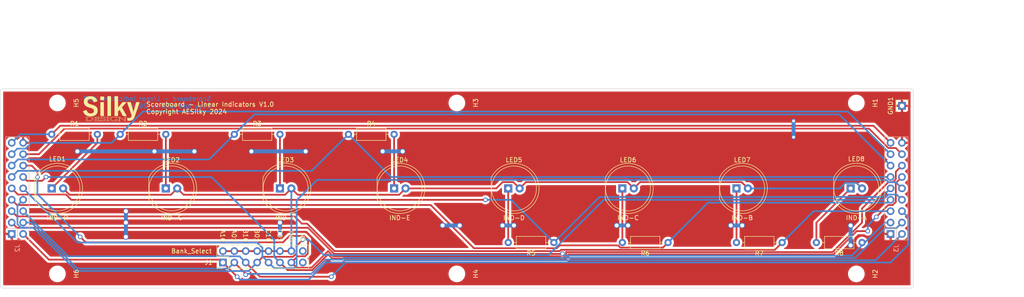
<source format=kicad_pcb>
(kicad_pcb (version 20221018) (generator pcbnew)
  (title_block (title "Portable Score Board - Linear Indicator") (date "2023-06-20") (rev "1") (company "AESilky") (comment 1 "Copyright AESilky 2023") (comment 4 "Linear Indicator board used for Team-A, Team-B, and Period/Time digits"))
  (layers (0 "F.Cu" signal) (31 "B.Cu" signal) (34 "B.Paste" user) (35 "F.Paste" user) (36 "B.SilkS" user "B.Silkscreen") (37 "F.SilkS" user "F.Silkscreen") (38 "B.Mask" user) (39 "F.Mask" user) (44 "Edge.Cuts" user))
  (net 0 "")
  (net 1 "/SDA.E")
  (net 2 "/SDA.D")
  (net 3 "/SDA.C")
  (net 4 "/SDA.B")
  (net 5 "/SDA.A")
  (net 6 "/SDA.P")
  (net 7 "/SDA.F")
  (net 8 "/SDA.G")
  (net 9 "GND")
  (net 10 "/SD.A")
  (net 11 "/SD.B")
  (net 12 "/SD.C")
  (net 13 "/SD.D")
  (net 14 "Net-(J1-Pin_10)")
  (net 15 "/SD.E")
  (net 16 "/SD.F")
  (net 17 "/SD.G")
  (net 18 "/SD.P")
  (net 19 "/DD.A10")
  (net 20 "/DD.A01")
  (net 21 "/DD.B10")
  (net 22 "/DD.B01")
  (net 23 "/DD.C10")
  (net 24 "/DD.C01")
  (net 25 "/DD.IND")
  (net 28 "Net-(J2-Pin_16)")
  (footprint "Resistor_THT:R_Axial_DIN0207_L6.3mm_D2.5mm_P10.16mm_Horizontal" (layer "F.Cu") (at 227.6675 122.863 180)
    (fp_text reference "R8" (at 5.08 -2.37) (layer "F.SilkS"))
    (fp_text value "150")
    (pad "1" thru_hole circle (at 0 0 180) (size 1.6 1.6) (drill 0.8) (layers "*.Cu" "*.Mask") (net 10 "/SD.A"))
    (pad "2" thru_hole oval (at 10.16 0 180) (size 1.6 1.6) (drill 0.8) (layers "*.Cu" "*.Mask") (net 5 "/SDA.A"))
  )
  (footprint "LED_THT:LED_D10.0mm" (layer "F.Cu") (at 174.3275 110.798)
    (fp_text reference "LED6" (at 1.27 -6.35) (layer "F.SilkS"))
    (fp_text value "IND-C" (at 1.27 6.56) (layer "F.SilkS"))
    (pad "1" thru_hole rect (at 0 0) (size 1.8 1.8) (drill 0.9) (layers "*.Cu" "*.Mask") (net 3 "/SDA.C"))
    (pad "2" thru_hole circle (at 2.54 0) (size 1.8 1.8) (drill 0.9) (layers "*.Cu" "*.Mask") (net 14 "Net-(J1-Pin_10)"))
  )
  (footprint "Connector_PinHeader_2.54mm:PinHeader_1x01_P2.54mm_Vertical" (layer "F.Cu") (at 236.5575 92.383 -90)
    (fp_text reference "GND1" (at 0 2.54 90) (layer "F.SilkS"))
    (fp_text value "Conn_01x01")
    (pad "1" thru_hole rect (at 0 0 270) (size 1.7 1.7) (drill 1) (layers "*.Cu" "*.Mask") (net 9 "GND"))
  )
  (footprint "AES_Library:SILKY-DESIGN-logo-0_50-AES" (layer "F.Cu") (at 60.6625 93.018)
    (fp_text reference "G1" hide)
    (fp_text value "LOGO" hide)
  )
  (footprint "Resistor_THT:R_Axial_DIN0207_L6.3mm_D2.5mm_P10.16mm_Horizontal" (layer "F.Cu") (at 159.0875 122.863 180)
    (fp_text reference "R5" (at 5.08 -2.37) (layer "F.SilkS"))
    (fp_text value "150")
    (pad "1" thru_hole circle (at 0 0 180) (size 1.6 1.6) (drill 0.8) (layers "*.Cu" "*.Mask") (net 13 "/SD.D"))
    (pad "2" thru_hole oval (at 10.16 0 180) (size 1.6 1.6) (drill 0.8) (layers "*.Cu" "*.Mask") (net 2 "/SDA.D"))
  )
  (footprint "MountingHole:MountingHole_3.2mm_M3" (layer "F.Cu") (at 226.3975 129.848 -90)
    (fp_text reference "H2" (at 0 -4.2 90) (layer "F.SilkS"))
    (fp_text value "MountingHole")
    (pad "" np_thru_hole circle (at 0 0 270) (size 3.2 3.2) (drill 3.2) (layers "*.Cu" "*.Mask"))
  )
  (footprint "LED_THT:LED_D10.0mm" (layer "F.Cu") (at 47.3275 110.798)
    (fp_text reference "LED1" (at 1.27 -6.56) (layer "F.SilkS"))
    (fp_text value "IND-P" (at 1.27 6.56) (layer "F.SilkS"))
    (pad "1" thru_hole rect (at 0 0) (size 1.8 1.8) (drill 0.9) (layers "*.Cu" "*.Mask") (net 6 "/SDA.P"))
    (pad "2" thru_hole circle (at 2.54 0) (size 1.8 1.8) (drill 0.9) (layers "*.Cu" "*.Mask") (net 14 "Net-(J1-Pin_10)"))
  )
  (footprint "MountingHole:MountingHole_3.2mm_M3" (layer "F.Cu") (at 226.3975 91.748 -90)
    (fp_text reference "H1" (at 0 -4.2 90) (layer "F.SilkS"))
    (fp_text value "MountingHole")
    (pad "" np_thru_hole circle (at 0 0 270) (size 3.2 3.2) (drill 3.2) (layers "*.Cu" "*.Mask"))
  )
  (footprint "Connector_PinHeader_2.54mm:PinHeader_2x08_P2.54mm_Vertical" (layer "F.Cu") (at 85.4275 127.308 90)
    (fp_text reference "J1" (at 0 -3.175 180) (layer "F.SilkS"))
    (fp_text value "Bank_Select" (at 2.54 -6.985) (layer "F.SilkS"))
    (pad "1" thru_hole rect (at 0 0 90) (size 1.7 1.7) (drill 1) (layers "*.Cu" "*.Mask") (net 19 "/DD.A10"))
    (pad "2" thru_hole oval (at 2.54 0 90) (size 1.7 1.7) (drill 1) (layers "*.Cu" "*.Mask") (net 14 "Net-(J1-Pin_10)"))
    (pad "3" thru_hole oval (at 0 2.54 90) (size 1.7 1.7) (drill 1) (layers "*.Cu" "*.Mask") (net 20 "/DD.A01"))
    (pad "4" thru_hole oval (at 2.54 2.54 90) (size 1.7 1.7) (drill 1) (layers "*.Cu" "*.Mask") (net 14 "Net-(J1-Pin_10)"))
    (pad "5" thru_hole oval (at 0 5.08 90) (size 1.7 1.7) (drill 1) (layers "*.Cu" "*.Mask") (net 21 "/DD.B10"))
    (pad "6" thru_hole oval (at 2.54 5.08 90) (size 1.7 1.7) (drill 1) (layers "*.Cu" "*.Mask") (net 14 "Net-(J1-Pin_10)"))
    (pad "7" thru_hole oval (at 0 7.62 90) (size 1.7 1.7) (drill 1) (layers "*.Cu" "*.Mask") (net 22 "/DD.B01"))
    (pad "8" thru_hole oval (at 2.54 7.62 90) (size 1.7 1.7) (drill 1) (layers "*.Cu" "*.Mask") (net 14 "Net-(J1-Pin_10)"))
    (pad "9" thru_hole oval (at 0 10.16 90) (size 1.7 1.7) (drill 1) (layers "*.Cu" "*.Mask") (net 23 "/DD.C10"))
    (pad "10" thru_hole oval (at 2.54 10.16 90) (size 1.7 1.7) (drill 1) (layers "*.Cu" "*.Mask") (net 14 "Net-(J1-Pin_10)"))
    (pad "11" thru_hole oval (at 0 12.7 90) (size 1.7 1.7) (drill 1) (layers "*.Cu" "*.Mask") (net 24 "/DD.C01"))
    (pad "12" thru_hole oval (at 2.54 12.7 90) (size 1.7 1.7) (drill 1) (layers "*.Cu" "*.Mask") (net 14 "Net-(J1-Pin_10)"))
    (pad "13" thru_hole oval (at 0 15.24 90) (size 1.7 1.7) (drill 1) (layers "*.Cu" "*.Mask") (net 25 "/DD.IND"))
    (pad "14" thru_hole oval (at 2.54 15.24 90) (size 1.7 1.7) (drill 1) (layers "*.Cu" "*.Mask") (net 14 "Net-(J1-Pin_10)"))
    (pad "15" thru_hole oval (at 0 17.78 90) (size 1.7 1.7) (drill 1) (layers "*.Cu" "*.Mask"))
    (pad "16" thru_hole oval (at 2.54 17.78 90) (size 1.7 1.7) (drill 1) (layers "*.Cu" "*.Mask"))
  )
  (footprint "LED_THT:LED_D10.0mm" (layer "F.Cu") (at 123.5275 110.798)
    (fp_text reference "LED4" (at 1.27 -6.35) (layer "F.SilkS"))
    (fp_text value "IND-E" (at 1.27 6.56) (layer "F.SilkS"))
    (pad "1" thru_hole rect (at 0 0) (size 1.8 1.8) (drill 0.9) (layers "*.Cu" "*.Mask") (net 1 "/SDA.E"))
    (pad "2" thru_hole circle (at 2.54 0) (size 1.8 1.8) (drill 0.9) (layers "*.Cu" "*.Mask") (net 14 "Net-(J1-Pin_10)"))
  )
  (footprint "Resistor_THT:R_Axial_DIN0207_L6.3mm_D2.5mm_P10.16mm_Horizontal" (layer "F.Cu") (at 47.3275 98.733)
    (fp_text reference "R1" (at 5.08 -2.37) (layer "F.SilkS"))
    (fp_text value "150")
    (pad "1" thru_hole circle (at 0 0) (size 1.6 1.6) (drill 0.8) (layers "*.Cu" "*.Mask") (net 18 "/SD.P"))
    (pad "2" thru_hole oval (at 10.16 0) (size 1.6 1.6) (drill 0.8) (layers "*.Cu" "*.Mask") (net 6 "/SDA.P"))
  )
  (footprint "Resistor_THT:R_Axial_DIN0207_L6.3mm_D2.5mm_P10.16mm_Horizontal" (layer "F.Cu") (at 209.8875 122.863 180)
    (fp_text reference "R7" (at 5.08 -2.37) (layer "F.SilkS"))
    (fp_text value "150")
    (pad "1" thru_hole circle (at 0 0 180) (size 1.6 1.6) (drill 0.8) (layers "*.Cu" "*.Mask") (net 11 "/SD.B"))
    (pad "2" thru_hole oval (at 10.16 0 180) (size 1.6 1.6) (drill 0.8) (layers "*.Cu" "*.Mask") (net 4 "/SDA.B"))
  )
  (footprint "Resistor_THT:R_Axial_DIN0207_L6.3mm_D2.5mm_P10.16mm_Horizontal" (layer "F.Cu") (at 113.3675 98.733)
    (fp_text reference "R4" (at 5.08 -2.37) (layer "F.SilkS"))
    (fp_text value "150")
    (pad "1" thru_hole circle (at 0 0) (size 1.6 1.6) (drill 0.8) (layers "*.Cu" "*.Mask") (net 15 "/SD.E"))
    (pad "2" thru_hole oval (at 10.16 0) (size 1.6 1.6) (drill 0.8) (layers "*.Cu" "*.Mask") (net 1 "/SDA.E"))
  )
  (footprint "Resistor_THT:R_Axial_DIN0207_L6.3mm_D2.5mm_P10.16mm_Horizontal" (layer "F.Cu") (at 62.5675 98.733)
    (fp_text reference "R2" (at 5.08 -2.37) (layer "F.SilkS"))
    (fp_text value "150")
    (pad "1" thru_hole circle (at 0 0) (size 1.6 1.6) (drill 0.8) (layers "*.Cu" "*.Mask") (net 17 "/SD.G"))
    (pad "2" thru_hole oval (at 10.16 0) (size 1.6 1.6) (drill 0.8) (layers "*.Cu" "*.Mask") (net 8 "/SDA.G"))
  )
  (footprint "MountingHole:MountingHole_3.2mm_M3" (layer "F.Cu") (at 48.5975 91.748 -90)
    (fp_text reference "H5" (at 0 -4.2 90) (layer "F.SilkS"))
    (fp_text value "MountingHole")
    (pad "" np_thru_hole circle (at 0 0 270) (size 3.2 3.2) (drill 3.2) (layers "*.Cu" "*.Mask"))
  )
  (footprint "MountingHole:MountingHole_3.2mm_M3" (layer "F.Cu") (at 137.4975 129.848 -90)
    (fp_text reference "H4" (at 0 -4.2 90) (layer "F.SilkS"))
    (fp_text value "MountingHole")
    (pad "" np_thru_hole circle (at 0 0 270) (size 3.2 3.2) (drill 3.2) (layers "*.Cu" "*.Mask"))
  )
  (footprint "MountingHole:MountingHole_3.2mm_M3" (layer "F.Cu") (at 137.4975 91.748 -90)
    (fp_text reference "H3" (at 0 -4.2 90) (layer "F.SilkS"))
    (fp_text value "MountingHole")
    (pad "" np_thru_hole circle (at 0 0 270) (size 3.2 3.2) (drill 3.2) (layers "*.Cu" "*.Mask"))
  )
  (footprint "Resistor_THT:R_Axial_DIN0207_L6.3mm_D2.5mm_P10.16mm_Horizontal" (layer "F.Cu") (at 184.4875 122.863 180)
    (fp_text reference "R6" (at 5.08 -2.37) (layer "F.SilkS"))
    (fp_text value "150")
    (pad "1" thru_hole circle (at 0 0 180) (size 1.6 1.6) (drill 0.8) (layers "*.Cu" "*.Mask") (net 12 "/SD.C"))
    (pad "2" thru_hole oval (at 10.16 0 180) (size 1.6 1.6) (drill 0.8) (layers "*.Cu" "*.Mask") (net 3 "/SDA.C"))
  )
  (footprint "Resistor_THT:R_Axial_DIN0207_L6.3mm_D2.5mm_P10.16mm_Horizontal" (layer "F.Cu") (at 87.9675 98.733)
    (fp_text reference "R3" (at 5.08 -2.37) (layer "F.SilkS"))
    (fp_text value "150")
    (pad "1" thru_hole circle (at 0 0) (size 1.6 1.6) (drill 0.8) (layers "*.Cu" "*.Mask") (net 16 "/SD.F"))
    (pad "2" thru_hole oval (at 10.16 0) (size 1.6 1.6) (drill 0.8) (layers "*.Cu" "*.Mask") (net 7 "/SDA.F"))
  )
  (footprint "LED_THT:LED_D10.0mm" (layer "F.Cu") (at 148.9275 110.798)
    (fp_text reference "LED5" (at 1.27 -6.35) (layer "F.SilkS"))
    (fp_text value "IND-D" (at 1.27 6.56) (layer "F.SilkS"))
    (pad "1" thru_hole rect (at 0 0) (size 1.8 1.8) (drill 0.9) (layers "*.Cu" "*.Mask") (net 2 "/SDA.D"))
    (pad "2" thru_hole circle (at 2.54 0) (size 1.8 1.8) (drill 0.9) (layers "*.Cu" "*.Mask") (net 14 "Net-(J1-Pin_10)"))
  )
  (footprint "MountingHole:MountingHole_3.2mm_M3" (layer "F.Cu") (at 48.5975 129.848 -90)
    (fp_text reference "H6" (at 0 -4.2 90) (layer "F.SilkS"))
    (fp_text value "MountingHole")
    (pad "" np_thru_hole circle (at 0 0 270) (size 3.2 3.2) (drill 3.2) (layers "*.Cu" "*.Mask"))
  )
  (footprint "LED_THT:LED_D10.0mm" (layer "F.Cu") (at 72.7275 110.798)
    (fp_text reference "LED2" (at 1.27 -6.35) (layer "F.SilkS"))
    (fp_text value "IND-G" (at 1.27 6.56) (layer "F.SilkS"))
    (pad "1" thru_hole rect (at 0 0) (size 1.8 1.8) (drill 0.9) (layers "*.Cu" "*.Mask") (net 8 "/SDA.G"))
    (pad "2" thru_hole circle (at 2.54 0) (size 1.8 1.8) (drill 0.9) (layers "*.Cu" "*.Mask") (net 14 "Net-(J1-Pin_10)"))
  )
  (footprint "LED_THT:LED_D10.0mm" (layer "F.Cu") (at 225.1275 110.798)
    (fp_text reference "LED8" (at 1.27 -6.56) (layer "F.SilkS"))
    (fp_text value "IND-A" (at 1.27 6.56) (layer "F.SilkS"))
    (pad "1" thru_hole rect (at 0 0) (size 1.8 1.8) (drill 0.9) (layers "*.Cu" "*.Mask") (net 5 "/SDA.A"))
    (pad "2" thru_hole circle (at 2.54 0) (size 1.8 1.8) (drill 0.9) (layers "*.Cu" "*.Mask") (net 14 "Net-(J1-Pin_10)"))
  )
  (footprint "LED_THT:LED_D10.0mm" (layer "F.Cu") (at 199.7275 110.798)
    (fp_text reference "LED7" (at 1.27 -6.35) (layer "F.SilkS"))
    (fp_text value "IND-B" (at 1.27 6.56) (layer "F.SilkS"))
    (pad "1" thru_hole rect (at 0 0) (size 1.8 1.8) (drill 0.9) (layers "*.Cu" "*.Mask") (net 4 "/SDA.B"))
    (pad "2" thru_hole circle (at 2.54 0) (size 1.8 1.8) (drill 0.9) (layers "*.Cu" "*.Mask") (net 14 "Net-(J1-Pin_10)"))
  )
  (footprint "LED_THT:LED_D10.0mm" (layer "F.Cu") (at 98.1275 110.798)
    (fp_text reference "LED3" (at 1.27 -6.35) (layer "F.SilkS"))
    (fp_text value "IND-F" (at 1.27 6.56) (layer "F.SilkS"))
    (pad "1" thru_hole rect (at 0 0) (size 1.8 1.8) (drill 0.9) (layers "*.Cu" "*.Mask") (net 7 "/SDA.F"))
    (pad "2" thru_hole circle (at 2.54 0) (size 1.8 1.8) (drill 0.9) (layers "*.Cu" "*.Mask") (net 14 "Net-(J1-Pin_10)"))
  )
  (footprint "Connector_PinHeader_2.54mm:PinHeader_2x09_P2.54mm_Vertical" (layer "B.Cu") (at 234.0125 120.948)
    (fp_text reference "J3" (at 1.27 3.185 90) (layer "B.SilkS") (effects (justify mirror)))
    (fp_text value "DigSeg-Drive")
    (pad "1" thru_hole rect (at 0 0) (size 1.7 1.7) (drill 1) (layers "*.Cu" "*.Mask") (net 9 "GND"))
    (pad "2" thru_hole oval (at 2.54 0) (size 1.7 1.7) (drill 1) (layers "*.Cu" "*.Mask") (net 19 "/DD.A10"))
    (pad "3" thru_hole oval (at 0 -2.54) (size 1.7 1.7) (drill 1) (layers "*.Cu" "*.Mask") (net 10 "/SD.A"))
    (pad "4" thru_hole oval (at 2.54 -2.54) (size 1.7 1.7) (drill 1) (layers "*.Cu" "*.Mask") (net 20 "/DD.A01"))
    (pad "5" thru_hole oval (at 0 -5.08) (size 1.7 1.7) (drill 1) (layers "*.Cu" "*.Mask") (net 11 "/SD.B"))
    (pad "6" thru_hole oval (at 2.54 -5.08) (size 1.7 1.7) (drill 1) (layers "*.Cu" "*.Mask") (net 21 "/DD.B10"))
    (pad "7" thru_hole oval (at 0 -7.62) (size 1.7 1.7) (drill 1) (layers "*.Cu" "*.Mask") (net 12 "/SD.C"))
    (pad "8" thru_hole oval (at 2.54 -7.62) (size 1.7 1.7) (drill 1) (layers "*.Cu" "*.Mask") (net 22 "/DD.B01"))
    (pad "9" thru_hole oval (at 0 -10.16) (size 1.7 1.7) (drill 1) (layers "*.Cu" "*.Mask") (net 13 "/SD.D"))
    (pad "10" thru_hole oval (at 2.54 -10.16) (size 1.7 1.7) (drill 1) (layers "*.Cu" "*.Mask") (net 23 "/DD.C10"))
    (pad "11" thru_hole oval (at 0 -12.7) (size 1.7 1.7) (drill 1) (layers "*.Cu" "*.Mask") (net 15 "/SD.E"))
    (pad "12" thru_hole oval (at 2.54 -12.7) (size 1.7 1.7) (drill 1) (layers "*.Cu" "*.Mask") (net 24 "/DD.C01"))
    (pad "13" thru_hole oval (at 0 -15.24) (size 1.7 1.7) (drill 1) (layers "*.Cu" "*.Mask") (net 16 "/SD.F"))
    (pad "14" thru_hole oval (at 2.54 -15.24) (size 1.7 1.7) (drill 1) (layers "*.Cu" "*.Mask") (net 25 "/DD.IND"))
    (pad "15" thru_hole oval (at 0 -17.78) (size 1.7 1.7) (drill 1) (layers "*.Cu" "*.Mask") (net 17 "/SD.G"))
    (pad "16" thru_hole oval (at 2.54 -17.78) (size 1.7 1.7) (drill 1) (layers "*.Cu" "*.Mask") (net 28 "Net-(J2-Pin_16)"))
    (pad "17" thru_hole oval (at 0 -20.32) (size 1.7 1.7) (drill 1) (layers "*.Cu" "*.Mask") (net 18 "/SD.P"))
    (pad "18" thru_hole oval (at 2.54 -20.32) (size 1.7 1.7) (drill 1) (layers "*.Cu" "*.Mask") (net 9 "GND"))
  )
  (footprint "Connector_PinHeader_2.54mm:PinHeader_2x09_P2.54mm_Vertical" (layer "B.Cu") (at 38.4325 120.948)
    (fp_text reference "J2" (at 1.275 3.185 90) (layer "B.SilkS") (effects (justify mirror)))
    (fp_text value "DigSeg-Drive")
    (pad "1" thru_hole rect (at 0 0) (size 1.7 1.7) (drill 1) (layers "*.Cu" "*.Mask") (net 9 "GND"))
    (pad "2" thru_hole oval (at 2.54 0) (size 1.7 1.7) (drill 1) (layers "*.Cu" "*.Mask") (net 19 "/DD.A10"))
    (pad "3" thru_hole oval (at 0 -2.54) (size 1.7 1.7) (drill 1) (layers "*.Cu" "*.Mask") (net 10 "/SD.A"))
    (pad "4" thru_hole oval (at 2.54 -2.54) (size 1.7 1.7) (drill 1) (layers "*.Cu" "*.Mask") (net 20 "/DD.A01"))
    (pad "5" thru_hole oval (at 0 -5.08) (size 1.7 1.7) (drill 1) (layers "*.Cu" "*.Mask") (net 11 "/SD.B"))
    (pad "6" thru_hole oval (at 2.54 -5.08) (size 1.7 1.7) (drill 1) (layers "*.Cu" "*.Mask") (net 21 "/DD.B10"))
    (pad "7" thru_hole oval (at 0 -7.62) (size 1.7 1.7) (drill 1) (layers "*.Cu" "*.Mask") (net 12 "/SD.C"))
    (pad "8" thru_hole oval (at 2.54 -7.62) (size 1.7 1.7) (drill 1) (layers "*.Cu" "*.Mask") (net 22 "/DD.B01"))
    (pad "9" thru_hole oval (at 0 -10.16) (size 1.7 1.7) (drill 1) (layers "*.Cu" "*.Mask") (net 13 "/SD.D"))
    (pad "10" thru_hole oval (at 2.54 -10.16) (size 1.7 1.7) (drill 1) (layers "*.Cu" "*.Mask") (net 23 "/DD.C10"))
    (pad "11" thru_hole oval (at 0 -12.7) (size 1.7 1.7) (drill 1) (layers "*.Cu" "*.Mask") (net 15 "/SD.E"))
    (pad "12" thru_hole oval (at 2.54 -12.7) (size 1.7 1.7) (drill 1) (layers "*.Cu" "*.Mask") (net 24 "/DD.C01"))
    (pad "13" thru_hole oval (at 0 -15.24) (size 1.7 1.7) (drill 1) (layers "*.Cu" "*.Mask") (net 16 "/SD.F"))
    (pad "14" thru_hole oval (at 2.54 -15.24) (size 1.7 1.7) (drill 1) (layers "*.Cu" "*.Mask") (net 25 "/DD.IND"))
    (pad "15" thru_hole oval (at 0 -17.78) (size 1.7 1.7) (drill 1) (layers "*.Cu" "*.Mask") (net 17 "/SD.G"))
    (pad "16" thru_hole oval (at 2.54 -17.78) (size 1.7 1.7) (drill 1) (layers "*.Cu" "*.Mask") (net 28 "Net-(J2-Pin_16)"))
    (pad "17" thru_hole oval (at 0 -20.32) (size 1.7 1.7) (drill 1) (layers "*.Cu" "*.Mask") (net 18 "/SD.P"))
    (pad "18" thru_hole oval (at 2.54 -20.32) (size 1.7 1.7) (drill 1) (layers "*.Cu" "*.Mask") (net 9 "GND"))
  )
  (gr_line (start 35.8975 132.388) (end 35.8975 89.208) (stroke (width 0.1)) (layer "Edge.Cuts"))
  (gr_arc (start 36.5325 133.023) (mid 36.083487 132.837013) (end 35.8975 132.388) (stroke (width 0.1)) (layer "Edge.Cuts"))
  (gr_arc (start 238.4625 88.573) (mid 238.911513 88.758987) (end 239.0975 89.208) (stroke (width 0.1)) (layer "Edge.Cuts"))
  (gr_line (start 36.5325 88.573) (end 238.4625 88.573) (stroke (width 0.1)) (layer "Edge.Cuts"))
  (gr_line (start 239.0975 89.208) (end 239.0975 132.388) (stroke (width 0.1)) (layer "Edge.Cuts"))
  (gr_arc (start 35.8975 89.208) (mid 36.083487 88.758987) (end 36.5325 88.573) (stroke (width 0.1)) (layer "Edge.Cuts"))
  (gr_arc (start 239.0975 132.388) (mid 238.911513 132.837013) (end 238.4625 133.023) (stroke (width 0.1)) (layer "Edge.Cuts"))
  (gr_line (start 238.4625 133.023) (end 36.5325 133.023) (stroke (width 0.1)) (layer "Edge.Cuts"))
  (gr_text "Scoreboard - Linear Indicators V1.0\nCopyright AESilky 2024" (at 82.8875 93.018) (layer "B.Cu") (effects (font (size 1.016 1.016) (thickness 0.1524)) (justify left bottom mirror)))
  (gr_text "A01" (at 87.3325 122.863 -90) (layer "F.SilkS") (effects (font (size 1 1)) (justify right bottom)))
  (gr_text "C10" (at 94.9525 122.863 -90) (layer "F.SilkS") (effects (font (size 1 1)) (justify right bottom)))
  (gr_text "Scoreboard - Linear Indicators V1.0\nCopyright AESilky 2024" (at 68.2825 94.288) (layer "F.SilkS") (effects (font (size 1.016 1.016) (thickness 0.1524)) (justify left bottom)))
  (gr_text "NC" (at 102.5725 122.863 -90) (layer "F.SilkS") (effects (font (size 1 1)) (justify right bottom)))
  (gr_text "B01" (at 92.4125 122.863 -90) (layer "F.SilkS") (effects (font (size 1 1)) (justify right bottom)))
  (gr_text "C01" (at 97.4925 122.863 -90) (layer "F.SilkS") (effects (font (size 1 1)) (justify right bottom)))
  (gr_text "IND" (at 100.0325 122.863 -90) (layer "F.SilkS") (effects (font (size 1 1)) (justify right bottom)))
  (gr_text "A10" (at 84.7925 122.863 -90) (layer "F.SilkS") (effects (font (size 1 1)) (justify right bottom)))
  (gr_text "B10" (at 89.8725 122.863 -90) (layer "F.SilkS") (effects (font (size 1 1)) (justify right bottom)))
  (segment (start 123.5275 98.733) (end 123.5275 110.798) (width 0.381) (layer "F.Cu") (net 1))
  (segment (start 148.9275 122.863) (end 148.9275 110.798) (width 0.381) (layer "F.Cu") (net 2))
  (segment (start 174.3275 122.863) (end 174.3275 110.798) (width 0.381) (layer "F.Cu") (net 3))
  (segment (start 199.7275 122.863) (end 199.7275 110.798) (width 0.381) (layer "F.Cu") (net 4))
  (segment (start 217.5075 118.418) (end 225.1275 110.798) (width 0.381) (layer "F.Cu") (net 5))
  (segment (start 217.5075 122.863) (end 217.5075 118.418) (width 0.381) (layer "F.Cu") (net 5))
  (segment (start 57.4875 98.733) (end 57.4875 100.638) (width 0.381) (layer "F.Cu") (net 6))
  (segment (start 57.4875 100.638) (end 47.3275 110.798) (width 0.381) (layer "F.Cu") (net 6))
  (segment (start 98.1275 98.733) (end 98.1275 110.798) (width 0.381) (layer "F.Cu") (net 7))
  (segment (start 72.7275 98.733) (end 72.7275 110.798) (width 0.381) (layer "F.Cu") (net 8))
  (segment (start 79.0775 102.543) (end 91.7775 102.543) (width 0.889) (layer "F.Cu") (net 9))
  (segment (start 103.8425 102.543) (end 113.3675 102.543) (width 0.889) (layer "F.Cu") (net 9))
  (segment (start 113.3675 102.543) (end 120.9875 102.543) (width 0.889) (layer "F.Cu") (net 9))
  (via (at 212.4275 99.368) (size 1.016) (drill 0.635) (layers "F.Cu" "B.Cu") (net 9))
  (via (at 125.4325 102.543) (size 1.27) (drill 0.889) (layers "F.Cu" "B.Cu") (net 9))
  (via (at 63.8375 118.418) (size 1.27) (drill 0.889) (layers "F.Cu" "B.Cu") (net 9))
  (via (at 198.4575 119.053) (size 1.27) (drill 0.889) (layers "F.Cu" "B.Cu") (net 9))
  (via (at 120.9875 102.543) (size 1.27) (drill 0.889) (layers "F.Cu" "B.Cu") (net 9))
  (via (at 147.6575 119.053) (size 1.27) (drill 0.889) (layers "F.Cu" "B.Cu") (net 9))
  (via (at 103.8425 102.543) (size 1.27) (drill 0.889) (layers "F.Cu" "B.Cu") (net 9))
  (via (at 150.1975 119.053) (size 1.27) (drill 0.889) (layers "F.Cu" "B.Cu") (net 9))
  (via (at 212.4275 95.748) (size 1.016) (drill 0.635) (layers "F.Cu" "B.Cu") (net 9))
  (via (at 70.1875 102.543) (size 1.27) (drill 0.889) (layers "F.Cu" "B.Cu") (net 9))
  (via (at 200.9975 119.053) (size 1.27) (drill 0.889) (layers "F.Cu" "B.Cu") (net 9))
  (via (at 175.5975 119.053) (size 1.27) (drill 0.889) (layers "F.Cu" "B.Cu") (net 9))
  (via (at 53.0425 102.543) (size 1.27) (drill 0.889) (layers "F.Cu" "B.Cu") (net 9))
  (via (at 63.8375 115.878) (size 1.27) (drill 0.889) (layers "F.Cu" "B.Cu") (net 9))
  (via (at 225.1275 119.053) (size 1.27) (drill 0.889) (layers "F.Cu" "B.Cu") (net 9))
  (via (at 138.1325 119.053) (size 1.27) (drill 0.889) (layers "F.Cu" "B.Cu") (net 9))
  (via (at 91.7775 102.543) (size 1.27) (drill 0.889) (layers "F.Cu" "B.Cu") (net 9))
  (via (at 98.1275 120.958) (size 1.27) (drill 0.889) (layers "F.Cu" "B.Cu") (net 9))
  (via (at 98.1275 118.418) (size 1.27) (drill 0.889) (layers "F.Cu" "B.Cu") (net 9))
  (via (at 225.1275 123.498) (size 1.27) (drill 0.889) (layers "F.Cu" "B.Cu") (net 9))
  (via (at 173.0575 119.053) (size 1.27) (drill 0.889) (layers "F.Cu" "B.Cu") (net 9))
  (via (at 79.0775 102.543) (size 1.27) (drill 0.889) (layers "F.Cu" "B.Cu") (net 9))
  (via (at 134.3225 119.053) (size 1.27) (drill 0.889) (layers "F.Cu" "B.Cu") (net 9))
  (via (at 63.8375 121.593) (size 1.27) (drill 0.889) (layers "F.Cu" "B.Cu") (net 9))
  (segment (start 98.1275 118.418) (end 98.1275 120.958) (width 0.889) (layer "B.Cu") (net 9))
  (segment (start 134.3225 119.053) (end 138.1325 119.053) (width 0.889) (layer "B.Cu") (net 9))
  (segment (start 103.8425 102.543) (end 91.7775 102.543) (width 0.889) (layer "B.Cu") (net 9))
  (segment (start 200.9975 119.053) (end 198.4575 119.053) (width 0.889) (layer "B.Cu") (net 9))
  (segment (start 70.1875 102.543) (end 79.0775 102.543) (width 0.889) (layer "B.Cu") (net 9))
  (segment (start 173.0575 119.053) (end 175.5975 119.053) (width 0.889) (layer "B.Cu") (net 9))
  (segment (start 147.6575 119.053) (end 150.1975 119.053) (width 0.889) (layer "B.Cu") (net 9))
  (segment (start 63.8375 115.878) (end 63.8375 121.593) (width 0.889) (layer "B.Cu") (net 9))
  (segment (start 120.9875 102.543) (end 125.4325 102.543) (width 0.889) (layer "B.Cu") (net 9))
  (segment (start 212.4275 99.368) (end 212.4275 95.748) (width 0.889) (layer "B.Cu") (net 9))
  (segment (start 225.1275 119.053) (end 225.1275 123.498) (width 0.889) (layer "B.Cu") (net 9))
  (segment (start 53.0425 102.543) (end 70.1875 102.543) (width 0.889) (layer "B.Cu") (net 9))
  (segment (start 39.6 119.5755) (end 38.4325 118.408) (width 0.381) (layer "F.Cu") (net 10))
  (segment (start 104.365 119.5755) (end 39.6 119.5755) (width 0.381) (layer "F.Cu") (net 10))
  (segment (start 160.9295 125.403) (end 110.1925 125.403) (width 0.381) (layer "F.Cu") (net 10))
  (segment (start 160.9925 125.34) (end 160.9295 125.403) (width 0.381) (layer "F.Cu") (net 10))
  (segment (start 110.1925 125.403) (end 104.365 119.5755) (width 0.381) (layer "F.Cu") (net 10))
  (via (at 160.9925 125.34) (size 1.016) (drill 0.635) (layers "F.Cu" "B.Cu") (net 10))
  (segment (start 227.6675 123.498) (end 227.6675 122.863) (width 0.381) (layer "B.Cu") (net 10))
  (segment (start 225.3815 125.784) (end 227.6675 123.498) (width 0.381) (layer "B.Cu") (net 10))
  (segment (start 228.3025 122.863) (end 232.7575 118.408) (width 0.381) (layer "B.Cu") (net 10))
  (segment (start 232.7575 118.408) (end 234.0125 118.408) (width 0.381) (layer "B.Cu") (net 10))
  (segment (start 160.9925 125.34) (end 161.4365 125.784) (width 0.381) (layer "B.Cu") (net 10))
  (segment (start 161.4365 125.784) (end 225.3815 125.784) (width 0.381) (layer "B.Cu") (net 10))
  (segment (start 227.6675 122.863) (end 228.3025 122.863) (width 0.381) (layer "B.Cu") (net 10))
  (segment (start 101.376692 117.0355) (end 102.983346 118.642154) (width 0.381) (layer "F.Cu") (net 11))
  (segment (start 208.262 124.4885) (end 209.8875 122.863) (width 0.381) (layer "F.Cu") (net 11))
  (segment (start 104.150074 118.642154) (end 110.27592 124.768) (width 0.381) (layer "F.Cu") (net 11))
  (segment (start 110.27592 124.768) (end 160.397066 124.768) (width 0.381) (layer "F.Cu") (net 11))
  (segment (start 102.983346 118.642154) (end 104.150074 118.642154) (width 0.381) (layer "F.Cu") (net 11))
  (segment (start 38.4325 115.868) (end 39.6 117.0355) (width 0.381) (layer "F.Cu") (net 11))
  (segment (start 160.676566 124.4885) (end 208.262 124.4885) (width 0.381) (layer "F.Cu") (net 11))
  (segment (start 39.6 117.0355) (end 101.376692 117.0355) (width 0.381) (layer "F.Cu") (net 11))
  (segment (start 160.397066 124.768) (end 160.676566 124.4885) (width 0.381) (layer "F.Cu") (net 11))
  (segment (start 216.8825 115.868) (end 234.0125 115.868) (width 0.381) (layer "B.Cu") (net 11))
  (segment (start 209.8875 122.863) (end 216.8825 115.868) (width 0.381) (layer "B.Cu") (net 11))
  (segment (start 38.4325 113.328) (end 39.6 114.4955) (width 0.381) (layer "F.Cu") (net 12))
  (segment (start 141.3075 124.133) (end 159.7225 124.133) (width 0.381) (layer "F.Cu") (net 12))
  (segment (start 160.3575 123.498) (end 173.382116 123.498) (width 0.381) (layer "F.Cu") (net 12))
  (segment (start 183.37 123.9805) (end 184.4875 122.863) (width 0.381) (layer "F.Cu") (net 12))
  (segment (start 173.864616 123.9805) (end 183.37 123.9805) (width 0.381) (layer "F.Cu") (net 12))
  (segment (start 39.6 114.4955) (end 131.67 114.4955) (width 0.381) (layer "F.Cu") (net 12))
  (segment (start 159.7225 124.133) (end 160.3575 123.498) (width 0.381) (layer "F.Cu") (net 12))
  (segment (start 131.67 114.4955) (end 141.3075 124.133) (width 0.381) (layer "F.Cu") (net 12))
  (segment (start 173.382116 123.498) (end 173.864616 123.9805) (width 0.381) (layer "F.Cu") (net 12))
  (segment (start 184.4875 122.863) (end 193.3775 113.973) (width 0.381) (layer "B.Cu") (net 12))
  (segment (start 193.3775 113.973) (end 233.3675 113.973) (width 0.381) (layer "B.Cu") (net 12))
  (segment (start 233.3675 113.973) (end 234.0125 113.328) (width 0.381) (layer "B.Cu") (net 12))
  (segment (start 50.51158 112.1605) (end 51.68908 113.338) (width 0.381) (layer "F.Cu") (net 13))
  (segment (start 38.4325 110.788) (end 39.805 112.1605) (width 0.381) (layer "F.Cu") (net 13))
  (segment (start 39.805 112.1605) (end 50.51158 112.1605) (width 0.381) (layer "F.Cu") (net 13))
  (segment (start 51.68908 113.338) (end 143.8475 113.338) (width 0.381) (layer "F.Cu") (net 13))
  (via (at 143.8475 113.338) (size 1.016) (drill 0.635) (layers "F.Cu" "B.Cu") (net 13))
  (segment (start 169.2475 112.703) (end 232.0975 112.703) (width 0.381) (layer "B.Cu") (net 13))
  (segment (start 149.5625 113.338) (end 159.0875 122.863) (width 0.381) (layer "B.Cu") (net 13))
  (segment (start 232.0975 112.703) (end 234.0125 110.788) (width 0.381) (layer "B.Cu") (net 13))
  (segment (start 143.8475 113.338) (end 149.5625 113.338) (width 0.381) (layer "B.Cu") (net 13))
  (segment (start 159.0875 122.863) (end 169.2475 112.703) (width 0.381) (layer "B.Cu") (net 13))
  (segment (start 102.0755 112.206) (end 124.6595 112.206) (width 0.381) (layer "F.Cu") (net 14))
  (segment (start 51.2755 112.206) (end 73.8595 112.206) (width 0.381) (layer "F.Cu") (net 14))
  (segment (start 126.0675 110.798) (end 146.2605 110.798) (width 0.381) (layer "F.Cu") (net 14))
  (segment (start 175.4595 109.39) (end 176.8675 110.798) (width 0.381) (layer "F.Cu") (net 14))
  (segment (start 124.6595 112.206) (end 126.0675 110.798) (width 0.381) (layer "F.Cu") (net 14))
  (segment (start 176.8675 110.798) (end 178.2755 109.39) (width 0.381) (layer "F.Cu") (net 14))
  (segment (start 75.2675 110.798) (end 76.6755 112.206) (width 0.381) (layer "F.Cu") (net 14))
  (segment (start 49.8675 110.798) (end 51.2755 112.206) (width 0.381) (layer "F.Cu") (net 14))
  (segment (start 87.9675 124.768) (end 100.6675 124.768) (width 0.381) (layer "F.Cu") (net 14))
  (segment (start 99.2595 112.206) (end 100.6675 110.798) (width 0.381) (layer "F.Cu") (net 14))
  (segment (start 85.4275 124.768) (end 87.9675 124.768) (width 0.381) (layer "F.Cu") (net 14))
  (segment (start 200.8595 109.39) (end 202.2675 110.798) (width 0.381) (layer "F.Cu") (net 14))
  (segment (start 146.2605 110.798) (end 147.6685 109.39) (width 0.381) (layer "F.Cu") (net 14))
  (segment (start 150.0595 109.39) (end 151.4675 110.798) (width 0.381) (layer "F.Cu") (net 14))
  (segment (start 100.6675 110.798) (end 102.0755 112.206) (width 0.381) (layer "F.Cu") (net 14))
  (segment (start 151.4675 110.798) (end 152.8755 109.39) (width 0.381) (layer "F.Cu") (net 14))
  (segment (start 73.8595 112.206) (end 75.2675 110.798) (width 0.381) (layer "F.Cu") (net 14))
  (segment (start 76.6755 112.206) (end 99.2595 112.206) (width 0.381) (layer "F.Cu") (net 14))
  (segment (start 147.6685 109.39) (end 150.0595 109.39) (width 0.381) (layer "F.Cu") (net 14))
  (segment (start 178.2755 109.39) (end 200.8595 109.39) (width 0.381) (layer "F.Cu") (net 14))
  (segment (start 152.8755 109.39) (end 175.4595 109.39) (width 0.381) (layer "F.Cu") (net 14))
  (segment (start 223.91 109.5805) (end 226.45 109.5805) (width 0.381) (layer "B.Cu") (net 14))
  (segment (start 202.2675 110.798) (end 222.6925 110.798) (width 0.381) (layer "B.Cu") (net 14))
  (segment (start 100.6675 124.768) (end 100.6675 110.798) (width 0.381) (layer "B.Cu") (net 14))
  (segment (start 222.6925 110.798) (end 223.91 109.5805) (width 0.381) (layer "B.Cu") (net 14))
  (segment (start 226.45 109.5805) (end 227.6675 110.798) (width 0.381) (layer "B.Cu") (net 14))
  (segment (start 39.805 106.8755) (end 38.4325 108.248) (width 0.381) (layer "B.Cu") (net 15))
  (segment (start 122.8825 108.248) (end 234.0125 108.248) (width 0.381) (layer "B.Cu") (net 15))
  (segment (start 105.225 106.8755) (end 39.805 106.8755) (width 0.381) (layer "B.Cu") (net 15))
  (segment (start 113.3675 98.733) (end 105.225 106.8755) (width 0.381) (layer "B.Cu") (net 15))
  (segment (start 113.3675 98.733) (end 122.8825 108.248) (width 0.381) (layer "B.Cu") (net 15))
  (segment (start 222.5925 94.288) (end 234.0125 105.708) (width 0.381) (layer "B.Cu") (net 16))
  (segment (start 92.4125 94.288) (end 136.433377 94.288) (width 0.381) (layer "B.Cu") (net 16))
  (segment (start 136.441877 94.2965) (end 138.553123 94.2965) (width 0.381) (layer "B.Cu") (net 16))
  (segment (start 87.9675 98.733) (end 82.365 104.3355) (width 0.381) (layer "B.Cu") (net 16))
  (segment (start 138.561623 94.288) (end 222.5925 94.288) (width 0.381) (layer "B.Cu") (net 16))
  (segment (start 136.433377 94.288) (end 136.441877 94.2965) (width 0.381) (layer "B.Cu") (net 16))
  (segment (start 39.805 104.3355) (end 38.4325 105.708) (width 0.381) (layer "B.Cu") (net 16))
  (segment (start 82.365 104.3355) (end 39.805 104.3355) (width 0.381) (layer "B.Cu") (net 16))
  (segment (start 138.553123 94.2965) (end 138.561623 94.288) (width 0.381) (layer "B.Cu") (net 16))
  (segment (start 87.9675 98.733) (end 92.4125 94.288) (width 0.381) (layer "B.Cu") (net 16))
  (segment (start 62.5675 98.733) (end 67.6475 93.653) (width 0.381) (layer "B.Cu") (net 17))
  (segment (start 62.5675 98.733) (end 60.6625 100.638) (width 0.381) (layer "B.Cu") (net 17))
  (segment (start 138.478203 93.653) (end 224.4975 93.653) (width 0.381) (layer "B.Cu") (net 17))
  (segment (start 39.678 101.9225) (end 38.4325 103.168) (width 0.381) (layer "B.Cu") (net 17))
  (segment (start 67.6475 93.653) (end 136.516797 93.653) (width 0.381) (layer "B.Cu") (net 17))
  (segment (start 138.342703 93.7885) (end 138.478203 93.653) (width 0.381) (layer "B.Cu") (net 17))
  (segment (start 42.7932 100.638) (end 41.5087 101.9225) (width 0.381) (layer "B.Cu") (net 17))
  (segment (start 224.4975 93.653) (end 234.0125 103.168) (width 0.381) (layer "B.Cu") (net 17))
  (segment (start 136.516797 93.653) (end 136.652297 93.7885) (width 0.381) (layer "B.Cu") (net 17))
  (segment (start 136.652297 93.7885) (end 138.342703 93.7885) (width 0.381) (layer "B.Cu") (net 17))
  (segment (start 41.5087 101.9225) (end 39.678 101.9225) (width 0.381) (layer "B.Cu") (net 17))
  (segment (start 60.6625 100.638) (end 42.7932 100.638) (width 0.381) (layer "B.Cu") (net 17))
  (segment (start 49.2325 96.828) (end 47.3275 98.733) (width 0.381) (layer "F.Cu") (net 18))
  (segment (start 234.0125 100.628) (end 230.2125 96.828) (width 0.381) (layer "F.Cu") (net 18))
  (segment (start 230.2125 96.828) (end 49.2325 96.828) (width 0.381) (layer "F.Cu") (net 18))
  (segment (start 40.3275 98.733) (end 38.4325 100.628) (width 0.381) (layer "B.Cu") (net 18))
  (segment (start 47.3275 98.733) (end 40.3275 98.733) (width 0.381) (layer "B.Cu") (net 18))
  (segment (start 85.4275 127.308) (end 88.6025 130.483) (width 0.381) (layer "F.Cu") (net 19))
  (segment (start 85.4275 127.308) (end 84.7925 126.673) (width 0.381) (layer "F.Cu") (net 19))
  (segment (start 46.6975 126.673) (end 40.9725 120.948) (width 0.381) (layer "F.Cu") (net 19))
  (segment (start 84.7925 126.673) (end 46.6975 126.673) (width 0.381) (layer "F.Cu") (net 19))
  (via (at 88.6025 130.483) (size 1.016) (drill 0.635) (layers "F.Cu" "B.Cu") (net 19))
  (segment (start 112.52208 126.8) (end 112.01408 127.308) (width 0.381) (layer "B.Cu") (net 19))
  (segment (start 108.37092 127.308) (end 104.56092 131.118) (width 0.381) (layer "B.Cu") (net 19))
  (segment (start 230.7005 126.8) (end 112.52208 126.8) (width 0.381) (layer "B.Cu") (net 19))
  (segment (start 236.5525 120.948) (end 230.7005 126.8) (width 0.381) (layer "B.Cu") (net 19))
  (segment (start 104.56092 131.118) (end 89.2375 131.118) (width 0.381) (layer "B.Cu") (net 19))
  (segment (start 112.01408 127.308) (end 108.37092 127.308) (width 0.381) (layer "B.Cu") (net 19))
  (segment (start 89.2375 131.118) (end 88.6025 130.483) (width 0.381) (layer "B.Cu") (net 19))
  (segment (start 90.5075 130.038) (end 90.5075 129.848) (width 0.381) (layer "F.Cu") (net 20))
  (segment (start 90.5075 129.848) (end 87.9675 127.308) (width 0.381) (layer "F.Cu") (net 20))
  (via (at 90.5075 130.038) (size 1.016) (drill 0.635) (layers "F.Cu" "B.Cu") (net 20))
  (segment (start 111.93066 126.673) (end 112.31166 126.292) (width 0.381) (layer "B.Cu") (net 20))
  (segment (start 235.307 119.6535) (end 236.5525 118.408) (width 0.381) (layer "B.Cu") (net 20))
  (segment (start 90.5075 130.038) (end 90.6975 129.848) (width 0.381) (layer "B.Cu") (net 20))
  (segment (start 53.05208 128.666) (end 42.79408 118.408) (width 0.381) (layer "B.Cu") (net 20))
  (segment (start 105.1125 129.848) (end 108.2875 126.673) (width 0.381) (layer "B.Cu") (net 20))
  (segment (start 112.31166 126.292) (end 226.1435 126.292) (width 0.381) (layer "B.Cu") (net 20))
  (segment (start 42.79408 118.408) (end 40.9725 118.408) (width 0.381) (layer "B.Cu") (net 20))
  (segment (start 90.6975 129.848) (end 105.1125 129.848) (width 0.381) (layer "B.Cu") (net 20))
  (segment (start 226.1435 126.292) (end 232.782 119.6535) (width 0.381) (layer "B.Cu") (net 20))
  (segment (start 86.6095 128.666) (end 53.05208 128.666) (width 0.381) (layer "B.Cu") (net 20))
  (segment (start 108.2875 126.673) (end 111.93066 126.673) (width 0.381) (layer "B.Cu") (net 20))
  (segment (start 87.9675 127.308) (end 86.6095 128.666) (width 0.381) (layer "B.Cu") (net 20))
  (segment (start 232.782 119.6535) (end 235.307 119.6535) (width 0.381) (layer "B.Cu") (net 20))
  (segment (start 93.6825 130.483) (end 90.5075 127.308) (width 0.381) (layer "F.Cu") (net 21))
  (segment (start 109.5575 130.483) (end 93.6825 130.483) (width 0.381) (layer "F.Cu") (net 21))
  (via (at 109.5575 130.483) (size 1.016) (drill 0.635) (layers "F.Cu" "B.Cu") (net 21))
  (segment (start 112.7325 127.308) (end 234.0175 127.308) (width 0.381) (layer "B.Cu") (net 21))
  (segment (start 237.9105 117.226) (end 236.5525 115.868) (width 0.381) (layer "B.Cu") (net 21))
  (segment (start 234.0175 127.308) (end 237.9105 123.415) (width 0.381) (layer "B.Cu") (net 21))
  (segment (start 237.9105 123.415) (end 237.9105 117.226) (width 0.381) (layer "B.Cu") (net 21))
  (segment (start 109.5575 130.483) (end 112.7325 127.308) (width 0.381) (layer "B.Cu") (net 21))
  (segment (start 90.5075 127.308) (end 89.135 125.9355) (width 0.381) (layer "B.Cu") (net 21))
  (segment (start 89.135 125.9355) (end 51.04 125.9355) (width 0.381) (layer "B.Cu") (net 21))
  (segment (start 51.04 125.9355) (end 40.9725 115.868) (width 0.381) (layer "B.Cu") (net 21))
  (segment (start 103.2075 122.228) (end 101.835 123.6005) (width 0.381) (layer "F.Cu") (net 22))
  (segment (start 101.048595 126.038) (end 94.3175 126.038) (width 0.381) (layer "F.Cu") (net 22))
  (segment (start 94.3175 126.038) (end 93.0475 127.308) (width 0.381) (layer "F.Cu") (net 22))
  (segment (start 101.835 123.6005) (end 101.835 125.251595) (width 0.381) (layer "F.Cu") (net 22))
  (segment (start 101.835 125.251595) (end 101.048595 126.038) (width 0.381) (layer "F.Cu") (net 22))
  (via (at 103.2075 122.228) (size 1.016) (drill 0.635) (layers "F.Cu" "B.Cu") (net 22))
  (segment (start 93.0475 127.308) (end 91.1425 129.213) (width 0.381) (layer "B.Cu") (net 22))
  (segment (start 235.385 112.1605) (end 236.5525 113.328) (width 0.381) (layer "B.Cu") (net 22))
  (segment (start 233.528905 112.1605) (end 235.385 112.1605) (width 0.381) (layer "B.Cu") (net 22))
  (segment (start 104.4775 122.228) (end 107.9065 125.657) (width 0.381) (layer "B.Cu") (net 22))
  (segment (start 43.24316 119.5755) (end 40.488905 119.5755) (width 0.381) (layer "B.Cu") (net 22))
  (segment (start 40.488905 119.5755) (end 39.7075 118.794095) (width 0.381) (layer "B.Cu") (net 22))
  (segment (start 91.1425 129.213) (end 52.88066 129.213) (width 0.381) (layer "B.Cu") (net 22))
  (segment (start 157.873884 125.657) (end 170.192884 113.338) (width 0.381) (layer "B.Cu") (net 22))
  (segment (start 39.7075 118.794095) (end 39.7075 114.593) (width 0.381) (layer "B.Cu") (net 22))
  (segment (start 170.192884 113.338) (end 232.351405 113.338) (width 0.381) (layer "B.Cu") (net 22))
  (segment (start 107.9065 125.657) (end 157.873884 125.657) (width 0.381) (layer "B.Cu") (net 22))
  (segment (start 52.88066 129.213) (end 43.24316 119.5755) (width 0.381) (layer "B.Cu") (net 22))
  (segment (start 232.351405 113.338) (end 233.528905 112.1605) (width 0.381) (layer "B.Cu") (net 22))
  (segment (start 39.7075 114.593) (end 40.9725 113.328) (width 0.381) (layer "B.Cu") (net 22))
  (segment (start 103.2075 122.228) (end 104.4775 122.228) (width 0.381) (layer "B.Cu") (net 22))
  (segment (start 94.215 125.9355) (end 94.215 124.0305) (width 0.381) (layer "B.Cu") (net 23))
  (segment (start 53.0475 122.863) (end 40.9725 110.788) (width 0.381) (layer "B.Cu") (net 23))
  (segment (start 101.3025 128.578) (end 96.8575 128.578) (width 0.381) (layer "B.Cu") (net 23))
  (segment (start 96.8575 128.578) (end 95.5875 127.308) (width 0.381) (layer "B.Cu") (net 23))
  (segment (start 235.18 109.4155) (end 233.528905 109.4155) (width 0.381) (layer "B.Cu") (net 23))
  (segment (start 106.3825 108.893) (end 101.835 113.4405) (width 0.381) (layer "B.Cu") (net 23))
  (segment (start 101.835 128.0455) (end 101.3025 128.578) (width 0.381) (layer "B.Cu") (net 23))
  (segment (start 233.006405 108.893) (end 106.3825 108.893) (width 0.381) (layer "B.Cu") (net 23))
  (segment (start 93.0475 122.863) (end 53.0475 122.863) (width 0.381) (layer "B.Cu") (net 23))
  (segment (start 233.528905 109.4155) (end 233.006405 108.893) (width 0.381) (layer "B.Cu") (net 23))
  (segment (start 101.835 113.4405) (end 101.835 128.0455) (width 0.381) (layer "B.Cu") (net 23))
  (segment (start 236.5525 110.788) (end 235.18 109.4155) (width 0.381) (layer "B.Cu") (net 23))
  (segment (start 94.215 124.0305) (end 93.0475 122.863) (width 0.381) (layer "B.Cu") (net 23))
  (segment (start 95.5875 127.308) (end 94.215 125.9355) (width 0.381) (layer "B.Cu") (net 23))
  (segment (start 45.2175 109.098) (end 46.0575 108.258) (width 0.381) (layer "F.Cu") (net 24))
  (segment (start 161.544855 126.673499) (end 162.326 125.892354) (width 0.381) (layer "F.Cu") (net 24))
  (segment (start 233.495 114.4955) (end 234.496095 114.4955) (width 0.381) (layer "F.Cu") (net 24))
  (segment (start 234.496095 114.4955) (end 235.18 113.811595) (width 0.381) (layer "F.Cu") (net 24))
  (segment (start 226.48092 120.323) (end 228.9375 120.323) (width 0.381) (layer "F.Cu") (net 24))
  (segment (start 160.440146 126.6735) (end 161.544855 126.673499) (width 0.381) (layer "F.Cu") (net 24))
  (segment (start 162.326 125.892354) (end 162.326 125.5045) (width 0.381) (layer "F.Cu") (net 24))
  (segment (start 105.322703 129.002797) (end 108.83908 125.48642) (width 0.381) (layer "F.Cu") (net 24))
  (segment (start 40.9725 108.248) (end 41.8225 109.098) (width 0.381) (layer "F.Cu") (net 24))
  (segment (start 99.822297 129.002797) (end 105.322703 129.002797) (width 0.381) (layer "F.Cu") (net 24))
  (segment (start 98.1275 127.308) (end 99.822297 129.002797) (width 0.381) (layer "F.Cu") (net 24))
  (segment (start 41.8225 109.098) (end 45.2175 109.098) (width 0.381) (layer "F.Cu") (net 24))
  (segment (start 109.77166 126.419) (end 160.185646 126.419) (width 0.381) (layer "F.Cu") (net 24))
  (segment (start 230.8425 117.148) (end 233.495 114.4955) (width 0.381) (layer "F.Cu") (net 24))
  (segment (start 235.18 113.811595) (end 235.18 109.6205) (width 0.381) (layer "F.Cu") (net 24))
  (segment (start 221.299421 125.504499) (end 226.48092 120.323) (width 0.381) (layer "F.Cu") (net 24))
  (segment (start 108.83908 125.48642) (end 109.77166 126.419) (width 0.381) (layer "F.Cu") (net 24))
  (segment (start 162.326 125.5045) (end 221.299421 125.504499) (width 0.381) (layer "F.Cu") (net 24))
  (segment (start 160.185646 126.419) (end 160.440146 126.6735) (width 0.381) (layer "F.Cu") (net 24))
  (segment (start 235.18 109.6205) (end 236.5525 108.248) (width 0.381) (layer "F.Cu") (net 24))
  (via (at 46.0575 108.258) (size 1.016) (drill 0.635) (layers "F.Cu" "B.Cu") (net 24))
  (via (at 230.8425 117.148) (size 1.016) (drill 0.635) (layers "F.Cu" "B.Cu") (net 24))
  (via (at 228.9375 120.323) (size 1.016) (drill 0.635) (layers "F.Cu" "B.Cu") (net 24))
  (segment (start 228.9375 119.053) (end 230.8425 117.148) (width 0.381) (layer "B.Cu") (net 24))
  (segment (start 82.8875 108.258) (end 96.8575 122.228) (width 0.381) (layer "B.Cu") (net 24))
  (segment (start 96.8575 126.038) (end 98.1275 127.308) (width 0.381) (layer "B.Cu") (net 24))
  (segment (start 228.9375 120.323) (end 228.9375 119.053) (width 0.381) (layer "B.Cu") (net 24))
  (segment (start 96.8575 122.228) (end 96.8575 126.038) (width 0.381) (layer "B.Cu") (net 24))
  (segment (start 46.0575 108.258) (end 82.8875 108.258) (width 0.381) (layer "B.Cu") (net 24))
  (segment (start 42.8725 105.708) (end 40.9725 105.708) (width 0.381) (layer "F.Cu") (net 25))
  (segment (start 104.375 125.251595) (end 104.375 122.228066) (width 0.381) (layer "F.Cu") (net 25))
  (segment (start 160.396066 125.911) (end 160.650566 126.1655) (width 0.381) (layer "F.Cu") (net 25))
  (segment (start 160.650566 126.1655) (end 161.334434 126.1655) (width 0.381) (layer "F.Cu") (net 25))
  (segment (start 100.6675 127.308) (end 101.835 128.4755) (width 0.381) (layer "F.Cu") (net 25))
  (segment (start 233.528905 109.4155) (end 234.496095 109.4155) (width 0.381) (layer "F.Cu") (net 25))
  (segment (start 102.04 125.9355) (end 103.691095 125.9355) (width 0.381) (layer "F.Cu") (net 25))
  (segment (start 104.375 122.228066) (end 103.549434 121.4025) (width 0.381) (layer "F.Cu") (net 25))
  (segment (start 109.98208 125.911) (end 160.396066 125.911) (width 0.381) (layer "F.Cu") (net 25))
  (segment (start 101.835 128.4755) (end 105.13158 128.4755) (width 0.381) (layer "F.Cu") (net 25))
  (segment (start 98.811405 122.814095) (end 54.898595 122.814095) (width 0.381) (layer "F.Cu") (net 25))
  (segment (start 227.6675 115.276905) (end 233.528905 109.4155) (width 0.381) (layer "F.Cu") (net 25))
  (segment (start 161.818 124.998066) (end 161.816434 124.9965) (width 0.381) (layer "F.Cu") (net 25))
  (segment (start 105.13158 128.4755) (end 108.83908 124.768) (width 0.381) (layer "F.Cu") (net 25))
  (segment (start 100.6675 127.308) (end 102.04 125.9355) (width 0.381) (layer "F.Cu") (net 25))
  (segment (start 161.334434 126.1655) (end 161.818 125.681934) (width 0.381) (layer "F.Cu") (net 25))
  (segment (start 235.18 108.731595) (end 235.18 107.0805) (width 0.381) (layer "F.Cu") (net 25))
  (segment (start 227.6675 118.418) (end 227.6675 115.276905) (width 0.381) (layer "F.Cu") (net 25))
  (segment (start 100.223 121.4025) (end 98.811405 122.814095) (width 0.381) (layer "F.Cu") (net 25))
  (segment (start 108.83908 124.768) (end 109.98208 125.911) (width 0.381) (layer "F.Cu") (net 25))
  (segment (start 103.549434 121.4025) (end 100.223 121.4025) (width 0.381) (layer "F.Cu") (net 25))
  (segment (start 103.691095 125.9355) (end 104.375 125.251595) (width 0.381) (layer "F.Cu") (net 25))
  (segment (start 161.818 125.681934) (end 161.818 124.998066) (width 0.381) (layer "F.Cu") (net 25))
  (segment (start 235.18 107.0805) (end 236.5525 105.708) (width 0.381) (layer "F.Cu") (net 25))
  (segment (start 161.816434 124.9965) (end 221.089001 124.996499) (width 0.381) (layer "F.Cu") (net 25))
  (segment (start 44.1525 108.258) (end 44.1525 106.988) (width 0.381) (layer "F.Cu") (net 25))
  (segment (start 234.496095 109.4155) (end 235.18 108.731595) (width 0.381) (layer "F.Cu") (net 25))
  (segment (start 54.898595 122.814095) (end 53.6775 121.593) (width 0.381) (layer "F.Cu") (net 25))
  (segment (start 221.089001 124.996499) (end 227.6675 118.418) (width 0.381) (layer "F.Cu") (net 25))
  (segment (start 44.1525 106.988) (end 42.8725 105.708) (width 0.381) (layer "F.Cu") (net 25))
  (via (at 53.6775 121.593) (size 1.016) (drill 0.635) (layers "F.Cu" "B.Cu") (net 25))
  (via (at 44.1525 108.258) (size 1.016) (drill 0.635) (layers "F.Cu" "B.Cu") (net 25))
  (segment (start 53.6775 121.593) (end 44.1525 112.068) (width 0.381) (layer "B.Cu") (net 25))
  (segment (start 44.1525 112.068) (end 44.1525 108.258) (width 0.381) (layer "B.Cu") (net 25))
  (segment (start 44.472884 103.168) (end 40.9725 103.168) (width 0.381) (layer "F.Cu") (net 28))
  (segment (start 235.18 101.7955) (end 233.528905 101.7955) (width 0.381) (layer "F.Cu") (net 28))
  (segment (start 236.5525 103.168) (end 235.18 101.7955) (width 0.381) (layer "F.Cu") (net 28))
  (segment (start 50.177884 97.463) (end 44.472884 103.168) (width 0.381) (layer "F.Cu") (net 28))
  (segment (start 229.196405 97.463) (end 50.177884 97.463) (width 0.381) (layer "F.Cu") (net 28))
  (segment (start 233.528905 101.7955) (end 229.196405 97.463) (width 0.381) (layer "F.Cu") (net 28))
  (zone (net 9) (net_name "GND") (layer "F.Cu") (name "GND-Z") (connect_pads (clearance 0.5)) (min_thickness 0.25) (fill yes (thermal_gap 0.5) (thermal_bridge_width 0.5))
    (polygon (pts (xy 238.4625 89.208) (xy 238.4625 132.388) (xy 36.5325 132.388) (xy 36.5325 89.208)))
  )
)
</source>
